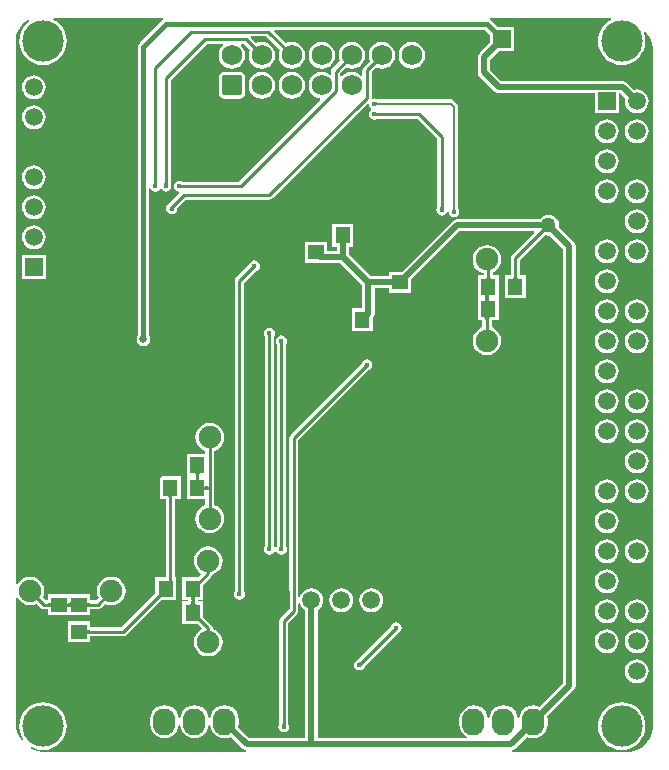
<source format=gbl>
G04*
G04 #@! TF.GenerationSoftware,Altium Limited,Altium Designer,18.1.5 (160)*
G04*
G04 Layer_Physical_Order=2*
G04 Layer_Color=16711680*
%FSTAX24Y24*%
%MOIN*%
G70*
G01*
G75*
%ADD17C,0.0100*%
%ADD19R,0.0500X0.0550*%
%ADD23R,0.0550X0.0500*%
%ADD43C,0.0680*%
%ADD51C,0.0080*%
%ADD52C,0.0150*%
%ADD53C,0.0200*%
%ADD54R,0.0750X0.0900*%
%ADD55O,0.0750X0.0900*%
%ADD56C,0.0591*%
%ADD57R,0.0591X0.0591*%
%ADD58R,0.0591X0.0591*%
%ADD59C,0.0600*%
%ADD60C,0.0750*%
%ADD61C,0.1380*%
G04:AMPARAMS|DCode=62|XSize=68mil|YSize=68mil|CornerRadius=8.5mil|HoleSize=0mil|Usage=FLASHONLY|Rotation=90.000|XOffset=0mil|YOffset=0mil|HoleType=Round|Shape=RoundedRectangle|*
%AMROUNDEDRECTD62*
21,1,0.0680,0.0510,0,0,90.0*
21,1,0.0510,0.0680,0,0,90.0*
1,1,0.0170,0.0255,0.0255*
1,1,0.0170,0.0255,-0.0255*
1,1,0.0170,-0.0255,-0.0255*
1,1,0.0170,-0.0255,0.0255*
%
%ADD62ROUNDEDRECTD62*%
%ADD63C,0.0160*%
%ADD64C,0.0500*%
%ADD65C,0.0250*%
G36*
X037698Y040597D02*
X0376Y040545D01*
X03748Y040446D01*
X037381Y040326D01*
X037308Y040188D01*
X037263Y04004D01*
X037248Y039885D01*
X037263Y03973D01*
X037308Y039581D01*
X037381Y039444D01*
X03748Y039323D01*
X0376Y039225D01*
X037738Y039151D01*
X037886Y039106D01*
X038041Y039091D01*
X038196Y039106D01*
X038345Y039151D01*
X038482Y039225D01*
X038603Y039323D01*
X038701Y039444D01*
X038775Y039581D01*
X03882Y03973D01*
X038835Y039885D01*
X03882Y04004D01*
X038775Y040188D01*
X038819Y040211D01*
X038897Y04012D01*
X038983Y039979D01*
X039047Y039826D01*
X039085Y039665D01*
X039098Y039504D01*
X039097Y0395D01*
Y01715D01*
X039098Y017146D01*
X039085Y016985D01*
X039047Y016824D01*
X038983Y016671D01*
X038897Y01653D01*
X038792Y016407D01*
X038788Y016405D01*
X038786Y016401D01*
X038685Y016318D01*
X038565Y016254D01*
X038436Y016215D01*
X038306Y016202D01*
X038301Y016203D01*
X034389D01*
X034384Y016253D01*
X034428Y016262D01*
X034494Y016306D01*
X034887Y016699D01*
X034976Y016662D01*
X0351Y016646D01*
X035224Y016662D01*
X03534Y01671D01*
X035439Y016786D01*
X035515Y016885D01*
X035563Y017001D01*
X035579Y017125D01*
Y017275D01*
X035566Y017377D01*
X036444Y018256D01*
X036488Y018322D01*
X036504Y0184D01*
Y03305D01*
X036488Y033128D01*
X036444Y033194D01*
X036444Y033194D01*
X035945Y033693D01*
X035953Y03375D01*
X035941Y033841D01*
X035906Y033927D01*
X03585Y034D01*
X035777Y034056D01*
X035691Y034091D01*
X0356Y034103D01*
X035509Y034091D01*
X035423Y034056D01*
X03535Y034D01*
X035315Y033954D01*
X03255D01*
X032472Y033938D01*
X032406Y033894D01*
X030712Y0322D01*
X030275D01*
Y032054D01*
X029684D01*
X028954Y032784D01*
Y033035D01*
X0291D01*
Y033785D01*
X0284D01*
Y033035D01*
X028546D01*
Y032904D01*
X028225D01*
Y0332D01*
X027475D01*
Y0325D01*
X02798D01*
X028Y032496D01*
X028666D01*
X029396Y031766D01*
Y030975D01*
X02905D01*
Y030225D01*
X02975D01*
Y030665D01*
X029788Y030722D01*
X029804Y0308D01*
Y031646D01*
X030275D01*
Y0315D01*
X031025D01*
Y031937D01*
X032634Y033546D01*
X035114D01*
X035134Y0335D01*
X034392Y032758D01*
X034359Y032709D01*
X034347Y03265D01*
Y032075D01*
X03415D01*
Y031325D01*
X03485D01*
Y032075D01*
X034653D01*
Y032587D01*
X035485Y033419D01*
X035509Y033409D01*
X0356Y033397D01*
X035657Y033405D01*
X036096Y032966D01*
Y018484D01*
X035313Y017701D01*
X035224Y017738D01*
X0351Y017754D01*
X034976Y017738D01*
X03486Y01769D01*
X034761Y017614D01*
X034685Y017515D01*
X034637Y017399D01*
X034625Y017308D01*
X034575D01*
X034563Y017399D01*
X034515Y017515D01*
X034439Y017614D01*
X03434Y01769D01*
X034224Y017738D01*
X0341Y017754D01*
X033976Y017738D01*
X03386Y01769D01*
X033761Y017614D01*
X033685Y017515D01*
X033637Y017399D01*
X033625Y017308D01*
X033575D01*
X033563Y017399D01*
X033515Y017515D01*
X033439Y017614D01*
X03334Y01769D01*
X033224Y017738D01*
X0331Y017754D01*
X032976Y017738D01*
X03286Y01769D01*
X032761Y017614D01*
X032685Y017515D01*
X032637Y017399D01*
X032621Y017275D01*
Y017125D01*
X032637Y017001D01*
X032685Y016885D01*
X032761Y016786D01*
X03286Y01671D01*
X032875Y016704D01*
X032865Y016654D01*
X027904D01*
Y020908D01*
X027982Y020968D01*
X028045Y021051D01*
X028085Y021147D01*
X028099Y02125D01*
X028085Y021353D01*
X028045Y021449D01*
X027982Y021532D01*
X027899Y021595D01*
X027803Y021635D01*
X0277Y021649D01*
X027597Y021635D01*
X027501Y021595D01*
X027418Y021532D01*
X027355Y021449D01*
X027315Y021353D01*
X027268Y021365D01*
Y026602D01*
X029591Y028925D01*
X02962Y02893D01*
X02968Y02897D01*
X02972Y02903D01*
X029734Y0291D01*
X02972Y02917D01*
X02968Y02923D01*
X02962Y02927D01*
X02955Y029284D01*
X02948Y02927D01*
X02942Y02923D01*
X02938Y02917D01*
X029375Y029141D01*
X027007Y026773D01*
X026974Y026724D01*
X026962Y026665D01*
Y020968D01*
X026672Y020678D01*
X026639Y020628D01*
X026627Y02057D01*
Y017125D01*
X02661Y0171D01*
X026596Y01703D01*
X02661Y01696D01*
X02665Y0169D01*
X02671Y01686D01*
X02678Y016846D01*
X02685Y01686D01*
X02691Y0169D01*
X02695Y01696D01*
X026964Y01703D01*
X02695Y0171D01*
X026933Y017125D01*
Y020506D01*
X027223Y020797D01*
X027257Y020846D01*
X027268Y020905D01*
Y021135D01*
X027315Y021147D01*
X027355Y021051D01*
X027418Y020968D01*
X027496Y020908D01*
Y016654D01*
X025634D01*
X025266Y017023D01*
X025279Y017125D01*
Y017275D01*
X025263Y017399D01*
X025215Y017515D01*
X025139Y017614D01*
X02504Y01769D01*
X024924Y017738D01*
X0248Y017754D01*
X024676Y017738D01*
X02456Y01769D01*
X024461Y017614D01*
X024385Y017515D01*
X024337Y017399D01*
X024325Y017308D01*
X024275D01*
X024263Y017399D01*
X024215Y017515D01*
X024139Y017614D01*
X02404Y01769D01*
X023924Y017738D01*
X0238Y017754D01*
X023676Y017738D01*
X02356Y01769D01*
X023461Y017614D01*
X023385Y017515D01*
X023337Y017399D01*
X023325Y017308D01*
X023275D01*
X023263Y017399D01*
X023215Y017515D01*
X023139Y017614D01*
X02304Y01769D01*
X022924Y017738D01*
X0228Y017754D01*
X022676Y017738D01*
X02256Y01769D01*
X022461Y017614D01*
X022385Y017515D01*
X022337Y017399D01*
X022321Y017275D01*
Y017125D01*
X022337Y017001D01*
X022385Y016885D01*
X022461Y016786D01*
X02256Y01671D01*
X022676Y016662D01*
X0228Y016646D01*
X022924Y016662D01*
X02304Y01671D01*
X023139Y016786D01*
X023215Y016885D01*
X023263Y017001D01*
X023275Y017092D01*
X023325D01*
X023337Y017001D01*
X023385Y016885D01*
X023461Y016786D01*
X02356Y01671D01*
X023676Y016662D01*
X0238Y016646D01*
X023924Y016662D01*
X02404Y01671D01*
X024139Y016786D01*
X024215Y016885D01*
X024263Y017001D01*
X024275Y017092D01*
X024325D01*
X024337Y017001D01*
X024385Y016885D01*
X024461Y016786D01*
X02456Y01671D01*
X024676Y016662D01*
X0248Y016646D01*
X024924Y016662D01*
X025013Y016699D01*
X025406Y016306D01*
X025472Y016262D01*
X025516Y016253D01*
X025511Y016203D01*
X018745D01*
X018739Y016202D01*
X018588Y016217D01*
X018438Y016262D01*
X018335Y016317D01*
X018334Y01632D01*
X018377Y016354D01*
X018446Y016317D01*
X018595Y016271D01*
X01875Y016256D01*
X018905Y016271D01*
X019054Y016317D01*
X019191Y01639D01*
X019311Y016489D01*
X01941Y016609D01*
X019483Y016746D01*
X019529Y016895D01*
X019544Y01705D01*
X019529Y017205D01*
X019483Y017354D01*
X01941Y017491D01*
X019311Y017611D01*
X019191Y01771D01*
X019054Y017783D01*
X018905Y017829D01*
X01875Y017844D01*
X018595Y017829D01*
X018446Y017783D01*
X018309Y01771D01*
X018189Y017611D01*
X01809Y017491D01*
X018017Y017354D01*
X017971Y017205D01*
X017956Y01705D01*
X017971Y016895D01*
X018017Y016746D01*
X01809Y016609D01*
X018051Y016578D01*
X018008Y01663D01*
X017922Y016792D01*
X017868Y016967D01*
X017851Y017142D01*
X017853Y01715D01*
Y021316D01*
X017903Y021326D01*
X017905Y02132D01*
X017981Y021221D01*
X01808Y021145D01*
X018196Y021097D01*
X01832Y021081D01*
X018444Y021097D01*
X018531Y021133D01*
X018672Y020992D01*
X018721Y020959D01*
X01878Y020947D01*
X018925D01*
Y02075D01*
X020325D01*
Y020947D01*
X02057D01*
X020629Y020959D01*
X020678Y020992D01*
X020819Y021133D01*
X020906Y021097D01*
X02103Y021081D01*
X021154Y021097D01*
X02127Y021145D01*
X021369Y021221D01*
X021445Y02132D01*
X021493Y021436D01*
X021509Y02156D01*
X021493Y021684D01*
X021445Y0218D01*
X021369Y021899D01*
X02127Y021975D01*
X021154Y022023D01*
X02103Y022039D01*
X020906Y022023D01*
X02079Y021975D01*
X020691Y021899D01*
X020615Y0218D01*
X020567Y021684D01*
X020551Y02156D01*
X020567Y021436D01*
X020603Y021349D01*
X020507Y021253D01*
X020325D01*
Y02145D01*
X018925D01*
Y021253D01*
X018843D01*
X018747Y021349D01*
X018783Y021436D01*
X018799Y02156D01*
X018783Y021684D01*
X018735Y0218D01*
X018659Y021899D01*
X01856Y021975D01*
X018444Y022023D01*
X01832Y022039D01*
X018196Y022023D01*
X01808Y021975D01*
X017981Y021899D01*
X017905Y0218D01*
X017903Y021794D01*
X017853Y021804D01*
X017853Y03895D01*
Y039946D01*
X017852Y039951D01*
X017865Y040083D01*
X017905Y040215D01*
X01797Y040336D01*
X018054Y040439D01*
X018058Y040442D01*
X018061Y040446D01*
X018164Y04053D01*
X018267Y040585D01*
X018277Y040583D01*
X01829Y040529D01*
X018189Y040446D01*
X01809Y040326D01*
X018017Y040188D01*
X017971Y04004D01*
X017956Y039885D01*
X017971Y03973D01*
X018017Y039581D01*
X01809Y039444D01*
X018189Y039323D01*
X018309Y039225D01*
X018446Y039151D01*
X018595Y039106D01*
X01875Y039091D01*
X018905Y039106D01*
X019054Y039151D01*
X019191Y039225D01*
X019311Y039323D01*
X01941Y039444D01*
X019483Y039581D01*
X019529Y03973D01*
X019544Y039885D01*
X019529Y04004D01*
X019483Y040188D01*
X01941Y040326D01*
X019311Y040446D01*
X019191Y040545D01*
X019093Y040597D01*
X019106Y040647D01*
X02274D01*
X022755Y040597D01*
X022724Y040576D01*
X021974Y039826D01*
X021935Y039768D01*
X021922Y0397D01*
Y030088D01*
X021922Y030088D01*
X021888Y030038D01*
X021871Y02995D01*
X021888Y029862D01*
X021938Y029788D01*
X022012Y029738D01*
X0221Y029721D01*
X022188Y029738D01*
X022262Y029788D01*
X022312Y029862D01*
X022329Y02995D01*
X022312Y030038D01*
X022279Y030087D01*
X022278Y030095D01*
Y034985D01*
X022328Y03499D01*
X02233Y03498D01*
X02237Y03492D01*
X02243Y03488D01*
X0225Y034866D01*
X02257Y03488D01*
X02263Y03492D01*
X022645Y034943D01*
X022705D01*
X02272Y03492D01*
X02278Y03488D01*
X02285Y034866D01*
X02292Y03488D01*
X02298Y03492D01*
X02302Y03498D01*
X023034Y03505D01*
X02302Y03512D01*
X023003Y035145D01*
Y038587D01*
X02421Y039794D01*
X024745D01*
X024761Y039746D01*
X024736Y039727D01*
X024666Y039635D01*
X024621Y039528D01*
X024606Y039413D01*
X024621Y039299D01*
X024666Y039191D01*
X024736Y0391D01*
X024828Y039029D01*
X024935Y038985D01*
X02505Y03897D01*
X025165Y038985D01*
X025272Y039029D01*
X025364Y0391D01*
X025434Y039191D01*
X025479Y039299D01*
X025494Y039413D01*
X025479Y039528D01*
X025434Y039635D01*
X025364Y039727D01*
X025339Y039746D01*
X025355Y039794D01*
X025454D01*
X02565Y039597D01*
X025621Y039528D01*
X025606Y039413D01*
X025621Y039299D01*
X025666Y039191D01*
X025736Y0391D01*
X025828Y039029D01*
X025935Y038985D01*
X02605Y03897D01*
X026165Y038985D01*
X026272Y039029D01*
X026364Y0391D01*
X026434Y039191D01*
X026479Y039299D01*
X026494Y039413D01*
X026479Y039528D01*
X026434Y039635D01*
X026364Y039727D01*
X026272Y039798D01*
X026165Y039842D01*
X02605Y039857D01*
X025935Y039842D01*
X025866Y039813D01*
X025679Y040001D01*
X025698Y040047D01*
X0262D01*
X02665Y039597D01*
X026621Y039528D01*
X026606Y039413D01*
X026621Y039299D01*
X026666Y039191D01*
X026736Y0391D01*
X026828Y039029D01*
X026935Y038985D01*
X02705Y03897D01*
X027165Y038985D01*
X027272Y039029D01*
X027364Y0391D01*
X027434Y039191D01*
X027479Y039299D01*
X027494Y039413D01*
X027479Y039528D01*
X027434Y039635D01*
X027364Y039727D01*
X027272Y039798D01*
X027165Y039842D01*
X02705Y039857D01*
X026935Y039842D01*
X026866Y039813D01*
X026454Y040225D01*
X026473Y040272D01*
X033476D01*
X033655Y040093D01*
Y039843D01*
X033306Y039494D01*
X033262Y039428D01*
X033246Y03935D01*
Y03885D01*
X033262Y038772D01*
X033306Y038706D01*
X033806Y038206D01*
X033872Y038162D01*
X03395Y038146D01*
X037146D01*
Y037489D01*
X037937D01*
Y038146D01*
X037992D01*
X038155Y037982D01*
X038143Y037885D01*
X038156Y037781D01*
X038196Y037685D01*
X038259Y037603D01*
X038342Y037539D01*
X038438Y0375D01*
X038541Y037486D01*
X038645Y0375D01*
X038741Y037539D01*
X038823Y037603D01*
X038887Y037685D01*
X038926Y037781D01*
X03894Y037885D01*
X038926Y037988D01*
X038887Y038084D01*
X038823Y038167D01*
X038741Y03823D01*
X038645Y03827D01*
X038541Y038283D01*
X038444Y03827D01*
X03822Y038494D01*
X038154Y038538D01*
X038076Y038554D01*
X034035D01*
X033654Y038934D01*
Y039266D01*
X033943Y039555D01*
X034445D01*
Y040345D01*
X033907D01*
X033676Y040576D01*
X033645Y040597D01*
X03366Y040647D01*
X037686D01*
X037698Y040597D01*
D02*
G37*
G36*
X0229Y035151D02*
X022902Y035118D01*
X022903Y035114D01*
X022904Y035111D01*
X022905Y035109D01*
X022906Y035107D01*
X022794D01*
X022795Y035109D01*
X022796Y035111D01*
X022797Y035114D01*
X022798Y035118D01*
X022799Y035123D01*
X022799Y035136D01*
X0228Y03516D01*
X0229D01*
X0229Y035151D01*
D02*
G37*
G36*
X02255D02*
X022552Y035118D01*
X022553Y035114D01*
X022554Y035111D01*
X022555Y035109D01*
X022556Y035107D01*
X022444D01*
X022445Y035109D01*
X022446Y035111D01*
X022447Y035114D01*
X022448Y035118D01*
X022448Y035123D01*
X022449Y035136D01*
X02245Y03516D01*
X02255D01*
X02255Y035151D01*
D02*
G37*
G36*
X0356Y03365D02*
X035593Y033649D01*
X035584Y033644D01*
X035573Y033638D01*
X035559Y033628D01*
X035526Y0336D01*
X035459Y033538D01*
X035433Y033512D01*
X035362Y033583D01*
X035388Y033609D01*
X035488Y033723D01*
X035494Y033734D01*
X035499Y033743D01*
X0355Y03375D01*
X0356Y03365D01*
D02*
G37*
G36*
X03455Y032055D02*
X034552Y032037D01*
X034555Y032022D01*
X034558Y032009D01*
X034562Y031998D01*
X034568Y031989D01*
X034574Y031982D01*
X034582Y031977D01*
X03459Y031974D01*
X0346Y031973D01*
X0344D01*
X034409Y031974D01*
X034418Y031977D01*
X034425Y031982D01*
X034432Y031989D01*
X034437Y031998D01*
X034442Y032009D01*
X034446Y032022D01*
X034448Y032037D01*
X03445Y032055D01*
X03445Y032074D01*
X03455D01*
X03455Y032055D01*
D02*
G37*
G36*
X022175Y030111D02*
X022178Y030067D01*
X02218Y030059D01*
X022181Y030052D01*
X022183Y030047D01*
X022185Y030042D01*
X022188Y030039D01*
X022013D01*
X022015Y030042D01*
X022017Y030047D01*
X022019Y030052D01*
X02202Y030059D01*
X022022Y030067D01*
X022024Y030086D01*
X022025Y030111D01*
X022025Y030125D01*
X022175D01*
X022175Y030111D01*
D02*
G37*
G36*
X029549Y02902D02*
X029547Y02902D01*
X029545Y029019D01*
X029542Y029017D01*
X029538Y029015D01*
X029535Y029012D01*
X029525Y029004D01*
X029507Y028987D01*
X029437Y029057D01*
X029443Y029064D01*
X029465Y029088D01*
X029467Y029092D01*
X029469Y029095D01*
X02947Y029097D01*
X02947Y029099D01*
X029549Y02902D01*
D02*
G37*
G36*
X019676Y021D02*
X019675Y02101D01*
X019672Y021018D01*
X019667Y021026D01*
X01966Y021032D01*
X019651Y021037D01*
X01964Y021042D01*
X019627Y021045D01*
X019625Y021046D01*
X019623Y021045D01*
X01961Y021042D01*
X019599Y021037D01*
X01959Y021032D01*
X019583Y021026D01*
X019578Y021018D01*
X019575Y02101D01*
X019574Y021D01*
Y0212D01*
X019575Y021191D01*
X019578Y021182D01*
X019583Y021174D01*
X01959Y021168D01*
X019599Y021163D01*
X01961Y021158D01*
X019623Y021154D01*
X019625Y021154D01*
X019627Y021154D01*
X01964Y021158D01*
X019651Y021163D01*
X01966Y021168D01*
X019667Y021174D01*
X019672Y021182D01*
X019675Y021191D01*
X019676Y0212D01*
Y021D01*
D02*
G37*
G36*
X020224Y021191D02*
X020227Y021182D01*
X020232Y021174D01*
X020239Y021168D01*
X020248Y021163D01*
X020259Y021158D01*
X020272Y021154D01*
X020287Y021152D01*
X020305Y021151D01*
X020324Y02115D01*
Y02105D01*
X020305Y021049D01*
X020287Y021048D01*
X020272Y021045D01*
X020259Y021042D01*
X020248Y021037D01*
X020239Y021032D01*
X020232Y021026D01*
X020227Y021018D01*
X020224Y02101D01*
X020223Y021D01*
Y0212D01*
X020224Y021191D01*
D02*
G37*
G36*
X019027Y021D02*
X019026Y02101D01*
X019023Y021018D01*
X019018Y021026D01*
X019011Y021032D01*
X019002Y021037D01*
X018991Y021042D01*
X018978Y021045D01*
X018963Y021048D01*
X018945Y021049D01*
X018926Y02105D01*
Y02115D01*
X018945Y021151D01*
X018963Y021152D01*
X018978Y021154D01*
X018991Y021158D01*
X019002Y021163D01*
X019011Y021168D01*
X019018Y021174D01*
X019023Y021182D01*
X019026Y021191D01*
X019027Y0212D01*
Y021D01*
D02*
G37*
G36*
X02683Y017131D02*
X026832Y017098D01*
X026833Y017094D01*
X026834Y017091D01*
X026835Y017089D01*
X026836Y017087D01*
X026724D01*
X026725Y017089D01*
X026726Y017091D01*
X026727Y017094D01*
X026728Y017098D01*
X026728Y017103D01*
X026729Y017116D01*
X02673Y01714D01*
X02683D01*
X02683Y017131D01*
D02*
G37*
%LPC*%
G36*
X03105Y039857D02*
X030935Y039842D01*
X030828Y039798D01*
X030736Y039727D01*
X030666Y039635D01*
X030621Y039528D01*
X030606Y039413D01*
X030621Y039299D01*
X030666Y039191D01*
X030736Y0391D01*
X030828Y039029D01*
X030935Y038985D01*
X03105Y03897D01*
X031165Y038985D01*
X031272Y039029D01*
X031364Y0391D01*
X031434Y039191D01*
X031479Y039299D01*
X031494Y039413D01*
X031479Y039528D01*
X031434Y039635D01*
X031364Y039727D01*
X031272Y039798D01*
X031165Y039842D01*
X03105Y039857D01*
D02*
G37*
G36*
X03005D02*
X029935Y039842D01*
X029828Y039798D01*
X029736Y039727D01*
X029666Y039635D01*
X029621Y039528D01*
X029606Y039413D01*
X029621Y039299D01*
X02965Y03923D01*
X029442Y039022D01*
X029409Y038972D01*
X029397Y038913D01*
Y038762D01*
X029347Y03874D01*
X029272Y038798D01*
X029165Y038842D01*
X02905Y038857D01*
X028935Y038842D01*
X028828Y038798D01*
X028736Y038727D01*
X028713Y038697D01*
X028663Y038714D01*
Y03881D01*
X028866Y039013D01*
X028935Y038985D01*
X02905Y03897D01*
X029165Y038985D01*
X029272Y039029D01*
X029364Y0391D01*
X029434Y039191D01*
X029479Y039299D01*
X029494Y039413D01*
X029479Y039528D01*
X029434Y039635D01*
X029364Y039727D01*
X029272Y039798D01*
X029165Y039842D01*
X02905Y039857D01*
X028935Y039842D01*
X028828Y039798D01*
X028736Y039727D01*
X028666Y039635D01*
X028621Y039528D01*
X028606Y039413D01*
X028621Y039299D01*
X02865Y03923D01*
X028402Y038982D01*
X028369Y038932D01*
X028357Y038873D01*
Y038789D01*
X028312Y038767D01*
X028272Y038798D01*
X028165Y038842D01*
X02805Y038857D01*
X027935Y038842D01*
X027828Y038798D01*
X027736Y038727D01*
X027666Y038635D01*
X027621Y038528D01*
X027606Y038413D01*
X027621Y038299D01*
X027666Y038191D01*
X027736Y0381D01*
X027828Y038029D01*
X027935Y037985D01*
X027986Y037978D01*
X028002Y037931D01*
X025274Y035203D01*
X023395D01*
X02337Y03522D01*
X0233Y035234D01*
X02323Y03522D01*
X02317Y03518D01*
X02313Y03512D01*
X023116Y03505D01*
X02313Y03498D01*
X02317Y03492D01*
X02323Y03488D01*
X023283Y03487D01*
X023302Y034824D01*
X023303Y034819D01*
X022892Y034408D01*
X022859Y034359D01*
X022847Y0343D01*
X022859Y034241D01*
X022892Y034192D01*
X022917Y034175D01*
X02292Y03417D01*
X02298Y03413D01*
X02305Y034116D01*
X02312Y03413D01*
X02318Y03417D01*
X02322Y03423D01*
X023234Y0343D01*
X023231Y034314D01*
X023513Y034597D01*
X0263D01*
X026359Y034609D01*
X026408Y034642D01*
X02957Y037804D01*
X02962Y037783D01*
X02963Y03773D01*
X02967Y03767D01*
X029693Y037655D01*
Y037595D01*
X02967Y03758D01*
X02963Y03752D01*
X029616Y03745D01*
X02963Y03738D01*
X02967Y03732D01*
X02973Y03728D01*
X0298Y037266D01*
X02987Y03728D01*
X029895Y037297D01*
X031237D01*
X031897Y036637D01*
Y034345D01*
X03188Y03432D01*
X031866Y03425D01*
X03188Y03418D01*
X03192Y03412D01*
X03198Y03408D01*
X03205Y034066D01*
X03212Y03408D01*
X03218Y03412D01*
X03222Y03418D01*
X03222Y03418D01*
X032271Y03418D01*
X03228Y03413D01*
X03232Y03407D01*
X03238Y03403D01*
X03245Y034016D01*
X03252Y03403D01*
X03258Y03407D01*
X03262Y03413D01*
X032634Y0342D01*
X03262Y03427D01*
X032593Y03431D01*
Y0377D01*
X032582Y037755D01*
X032551Y037801D01*
X032551Y037801D01*
X032451Y037901D01*
X032405Y037932D01*
X03235Y037943D01*
X03235Y037943D01*
X02991D01*
X02987Y03797D01*
X0298Y037984D01*
X029749Y037973D01*
X029724Y037988D01*
X029709Y038001D01*
X029703Y038011D01*
Y03885D01*
X029866Y039013D01*
X029935Y038985D01*
X03005Y03897D01*
X030165Y038985D01*
X030272Y039029D01*
X030364Y0391D01*
X030434Y039191D01*
X030479Y039299D01*
X030494Y039413D01*
X030479Y039528D01*
X030434Y039635D01*
X030364Y039727D01*
X030272Y039798D01*
X030165Y039842D01*
X03005Y039857D01*
D02*
G37*
G36*
X02805D02*
X027935Y039842D01*
X027828Y039798D01*
X027736Y039727D01*
X027666Y039635D01*
X027621Y039528D01*
X027606Y039413D01*
X027621Y039299D01*
X027666Y039191D01*
X027736Y0391D01*
X027828Y039029D01*
X027935Y038985D01*
X02805Y03897D01*
X028165Y038985D01*
X028272Y039029D01*
X028364Y0391D01*
X028434Y039191D01*
X028479Y039299D01*
X028494Y039413D01*
X028479Y039528D01*
X028434Y039635D01*
X028364Y039727D01*
X028272Y039798D01*
X028165Y039842D01*
X02805Y039857D01*
D02*
G37*
G36*
X025305Y038857D02*
X024795D01*
X024723Y038843D01*
X024662Y038802D01*
X024621Y038741D01*
X024606Y038668D01*
Y038158D01*
X024621Y038086D01*
X024662Y038025D01*
X024723Y037984D01*
X024795Y03797D01*
X025305D01*
X025377Y037984D01*
X025438Y038025D01*
X025479Y038086D01*
X025494Y038158D01*
Y038668D01*
X025479Y038741D01*
X025438Y038802D01*
X025377Y038843D01*
X025305Y038857D01*
D02*
G37*
G36*
X02705Y038857D02*
X026935Y038842D01*
X026828Y038798D01*
X026736Y038727D01*
X026666Y038635D01*
X026621Y038528D01*
X026606Y038413D01*
X026621Y038299D01*
X026666Y038191D01*
X026736Y0381D01*
X026828Y038029D01*
X026935Y037985D01*
X02705Y03797D01*
X027165Y037985D01*
X027272Y038029D01*
X027364Y0381D01*
X027434Y038191D01*
X027479Y038299D01*
X027494Y038413D01*
X027479Y038528D01*
X027434Y038635D01*
X027364Y038727D01*
X027272Y038798D01*
X027165Y038842D01*
X02705Y038857D01*
D02*
G37*
G36*
X02605D02*
X025935Y038842D01*
X025828Y038798D01*
X025736Y038727D01*
X025666Y038635D01*
X025621Y038528D01*
X025606Y038413D01*
X025621Y038299D01*
X025666Y038191D01*
X025736Y0381D01*
X025828Y038029D01*
X025935Y037985D01*
X02605Y03797D01*
X026165Y037985D01*
X026272Y038029D01*
X026364Y0381D01*
X026434Y038191D01*
X026479Y038299D01*
X026494Y038413D01*
X026479Y038528D01*
X026434Y038635D01*
X026364Y038727D01*
X026272Y038798D01*
X026165Y038842D01*
X02605Y038857D01*
D02*
G37*
G36*
X01845Y038749D02*
X018347Y038735D01*
X018251Y038695D01*
X018168Y038632D01*
X018105Y038549D01*
X018065Y038453D01*
X018051Y03835D01*
X018065Y038247D01*
X018105Y038151D01*
X018168Y038068D01*
X018251Y038005D01*
X018347Y037965D01*
X01845Y037951D01*
X018553Y037965D01*
X018649Y038005D01*
X018732Y038068D01*
X018795Y038151D01*
X018835Y038247D01*
X018849Y03835D01*
X018835Y038453D01*
X018795Y038549D01*
X018732Y038632D01*
X018649Y038695D01*
X018553Y038735D01*
X01845Y038749D01*
D02*
G37*
G36*
Y037749D02*
X018347Y037735D01*
X018251Y037695D01*
X018168Y037632D01*
X018105Y037549D01*
X018065Y037453D01*
X018051Y03735D01*
X018065Y037247D01*
X018105Y037151D01*
X018168Y037068D01*
X018251Y037005D01*
X018347Y036965D01*
X01845Y036951D01*
X018553Y036965D01*
X018649Y037005D01*
X018732Y037068D01*
X018795Y037151D01*
X018835Y037247D01*
X018849Y03735D01*
X018835Y037453D01*
X018795Y037549D01*
X018732Y037632D01*
X018649Y037695D01*
X018553Y037735D01*
X01845Y037749D01*
D02*
G37*
G36*
X038541Y037283D02*
X038438Y03727D01*
X038342Y03723D01*
X038259Y037167D01*
X038196Y037084D01*
X038156Y036988D01*
X038143Y036885D01*
X038156Y036781D01*
X038196Y036685D01*
X038259Y036603D01*
X038342Y036539D01*
X038438Y0365D01*
X038541Y036486D01*
X038645Y0365D01*
X038741Y036539D01*
X038823Y036603D01*
X038887Y036685D01*
X038926Y036781D01*
X03894Y036885D01*
X038926Y036988D01*
X038887Y037084D01*
X038823Y037167D01*
X038741Y03723D01*
X038645Y03727D01*
X038541Y037283D01*
D02*
G37*
G36*
X037541D02*
X037438Y03727D01*
X037342Y03723D01*
X037259Y037167D01*
X037196Y037084D01*
X037156Y036988D01*
X037143Y036885D01*
X037156Y036781D01*
X037196Y036685D01*
X037259Y036603D01*
X037342Y036539D01*
X037438Y0365D01*
X037541Y036486D01*
X037645Y0365D01*
X037741Y036539D01*
X037823Y036603D01*
X037887Y036685D01*
X037926Y036781D01*
X03794Y036885D01*
X037926Y036988D01*
X037887Y037084D01*
X037823Y037167D01*
X037741Y03723D01*
X037645Y03727D01*
X037541Y037283D01*
D02*
G37*
G36*
Y036283D02*
X037438Y03627D01*
X037342Y03623D01*
X037259Y036167D01*
X037196Y036084D01*
X037156Y035988D01*
X037143Y035885D01*
X037156Y035781D01*
X037196Y035685D01*
X037259Y035603D01*
X037342Y035539D01*
X037438Y0355D01*
X037541Y035486D01*
X037645Y0355D01*
X037741Y035539D01*
X037823Y035603D01*
X037887Y035685D01*
X037926Y035781D01*
X03794Y035885D01*
X037926Y035988D01*
X037887Y036084D01*
X037823Y036167D01*
X037741Y03623D01*
X037645Y03627D01*
X037541Y036283D01*
D02*
G37*
G36*
X01845Y035749D02*
X018347Y035735D01*
X018251Y035695D01*
X018168Y035632D01*
X018105Y035549D01*
X018065Y035453D01*
X018051Y03535D01*
X018065Y035247D01*
X018105Y035151D01*
X018168Y035068D01*
X018251Y035005D01*
X018347Y034965D01*
X01845Y034951D01*
X018553Y034965D01*
X018649Y035005D01*
X018732Y035068D01*
X018795Y035151D01*
X018835Y035247D01*
X018849Y03535D01*
X018835Y035453D01*
X018795Y035549D01*
X018732Y035632D01*
X018649Y035695D01*
X018553Y035735D01*
X01845Y035749D01*
D02*
G37*
G36*
X038541Y035283D02*
X038438Y03527D01*
X038342Y03523D01*
X038259Y035167D01*
X038196Y035084D01*
X038156Y034988D01*
X038143Y034885D01*
X038156Y034781D01*
X038196Y034685D01*
X038259Y034603D01*
X038342Y034539D01*
X038438Y0345D01*
X038541Y034486D01*
X038645Y0345D01*
X038741Y034539D01*
X038823Y034603D01*
X038887Y034685D01*
X038926Y034781D01*
X03894Y034885D01*
X038926Y034988D01*
X038887Y035084D01*
X038823Y035167D01*
X038741Y03523D01*
X038645Y03527D01*
X038541Y035283D01*
D02*
G37*
G36*
X037541D02*
X037438Y03527D01*
X037342Y03523D01*
X037259Y035167D01*
X037196Y035084D01*
X037156Y034988D01*
X037143Y034885D01*
X037156Y034781D01*
X037196Y034685D01*
X037259Y034603D01*
X037342Y034539D01*
X037438Y0345D01*
X037541Y034486D01*
X037645Y0345D01*
X037741Y034539D01*
X037823Y034603D01*
X037887Y034685D01*
X037926Y034781D01*
X03794Y034885D01*
X037926Y034988D01*
X037887Y035084D01*
X037823Y035167D01*
X037741Y03523D01*
X037645Y03527D01*
X037541Y035283D01*
D02*
G37*
G36*
X01845Y034749D02*
X018347Y034735D01*
X018251Y034695D01*
X018168Y034632D01*
X018105Y034549D01*
X018065Y034453D01*
X018051Y03435D01*
X018065Y034247D01*
X018105Y034151D01*
X018168Y034068D01*
X018251Y034005D01*
X018347Y033965D01*
X01845Y033951D01*
X018553Y033965D01*
X018649Y034005D01*
X018732Y034068D01*
X018795Y034151D01*
X018835Y034247D01*
X018849Y03435D01*
X018835Y034453D01*
X018795Y034549D01*
X018732Y034632D01*
X018649Y034695D01*
X018553Y034735D01*
X01845Y034749D01*
D02*
G37*
G36*
X038541Y034283D02*
X038438Y03427D01*
X038342Y03423D01*
X038259Y034167D01*
X038196Y034084D01*
X038156Y033988D01*
X038143Y033885D01*
X038156Y033781D01*
X038196Y033685D01*
X038259Y033603D01*
X038342Y033539D01*
X038438Y0335D01*
X038541Y033486D01*
X038645Y0335D01*
X038741Y033539D01*
X038823Y033603D01*
X038887Y033685D01*
X038926Y033781D01*
X03894Y033885D01*
X038926Y033988D01*
X038887Y034084D01*
X038823Y034167D01*
X038741Y03423D01*
X038645Y03427D01*
X038541Y034283D01*
D02*
G37*
G36*
X01845Y033749D02*
X018347Y033735D01*
X018251Y033695D01*
X018168Y033632D01*
X018105Y033549D01*
X018065Y033453D01*
X018051Y03335D01*
X018065Y033247D01*
X018105Y033151D01*
X018168Y033068D01*
X018251Y033005D01*
X018347Y032965D01*
X01845Y032951D01*
X018553Y032965D01*
X018649Y033005D01*
X018732Y033068D01*
X018795Y033151D01*
X018835Y033247D01*
X018849Y03335D01*
X018835Y033453D01*
X018795Y033549D01*
X018732Y033632D01*
X018649Y033695D01*
X018553Y033735D01*
X01845Y033749D01*
D02*
G37*
G36*
X038541Y033283D02*
X038438Y03327D01*
X038342Y03323D01*
X038259Y033167D01*
X038196Y033084D01*
X038156Y032988D01*
X038143Y032885D01*
X038156Y032781D01*
X038196Y032685D01*
X038259Y032603D01*
X038342Y032539D01*
X038438Y0325D01*
X038541Y032486D01*
X038645Y0325D01*
X038741Y032539D01*
X038823Y032603D01*
X038887Y032685D01*
X038926Y032781D01*
X03894Y032885D01*
X038926Y032988D01*
X038887Y033084D01*
X038823Y033167D01*
X038741Y03323D01*
X038645Y03327D01*
X038541Y033283D01*
D02*
G37*
G36*
X037541D02*
X037438Y03327D01*
X037342Y03323D01*
X037259Y033167D01*
X037196Y033084D01*
X037156Y032988D01*
X037143Y032885D01*
X037156Y032781D01*
X037196Y032685D01*
X037259Y032603D01*
X037342Y032539D01*
X037438Y0325D01*
X037541Y032486D01*
X037645Y0325D01*
X037741Y032539D01*
X037823Y032603D01*
X037887Y032685D01*
X037926Y032781D01*
X03794Y032885D01*
X037926Y032988D01*
X037887Y033084D01*
X037823Y033167D01*
X037741Y03323D01*
X037645Y03327D01*
X037541Y033283D01*
D02*
G37*
G36*
X018845Y032745D02*
X018055D01*
Y031955D01*
X018845D01*
Y032745D01*
D02*
G37*
G36*
X037541Y032283D02*
X037438Y03227D01*
X037342Y03223D01*
X037259Y032167D01*
X037196Y032084D01*
X037156Y031988D01*
X037143Y031885D01*
X037156Y031781D01*
X037196Y031685D01*
X037259Y031603D01*
X037342Y031539D01*
X037438Y0315D01*
X037541Y031486D01*
X037645Y0315D01*
X037741Y031539D01*
X037823Y031603D01*
X037887Y031685D01*
X037926Y031781D01*
X03794Y031885D01*
X037926Y031988D01*
X037887Y032084D01*
X037823Y032167D01*
X037741Y03223D01*
X037645Y03227D01*
X037541Y032283D01*
D02*
G37*
G36*
X038541Y031283D02*
X038438Y03127D01*
X038342Y03123D01*
X038259Y031167D01*
X038196Y031084D01*
X038156Y030988D01*
X038143Y030885D01*
X038156Y030781D01*
X038196Y030685D01*
X038259Y030603D01*
X038342Y030539D01*
X038438Y0305D01*
X038541Y030486D01*
X038645Y0305D01*
X038741Y030539D01*
X038823Y030603D01*
X038887Y030685D01*
X038926Y030781D01*
X03894Y030885D01*
X038926Y030988D01*
X038887Y031084D01*
X038823Y031167D01*
X038741Y03123D01*
X038645Y03127D01*
X038541Y031283D01*
D02*
G37*
G36*
X037541D02*
X037438Y03127D01*
X037342Y03123D01*
X037259Y031167D01*
X037196Y031084D01*
X037156Y030988D01*
X037143Y030885D01*
X037156Y030781D01*
X037196Y030685D01*
X037259Y030603D01*
X037342Y030539D01*
X037438Y0305D01*
X037541Y030486D01*
X037645Y0305D01*
X037741Y030539D01*
X037823Y030603D01*
X037887Y030685D01*
X037926Y030781D01*
X03794Y030885D01*
X037926Y030988D01*
X037887Y031084D01*
X037823Y031167D01*
X037741Y03123D01*
X037645Y03127D01*
X037541Y031283D01*
D02*
G37*
G36*
X038541Y030283D02*
X038438Y03027D01*
X038342Y03023D01*
X038259Y030167D01*
X038196Y030084D01*
X038156Y029988D01*
X038143Y029885D01*
X038156Y029781D01*
X038196Y029685D01*
X038259Y029603D01*
X038342Y029539D01*
X038438Y0295D01*
X038541Y029486D01*
X038645Y0295D01*
X038741Y029539D01*
X038823Y029603D01*
X038887Y029685D01*
X038926Y029781D01*
X03894Y029885D01*
X038926Y029988D01*
X038887Y030084D01*
X038823Y030167D01*
X038741Y03023D01*
X038645Y03027D01*
X038541Y030283D01*
D02*
G37*
G36*
X037541D02*
X037438Y03027D01*
X037342Y03023D01*
X037259Y030167D01*
X037196Y030084D01*
X037156Y029988D01*
X037143Y029885D01*
X037156Y029781D01*
X037196Y029685D01*
X037259Y029603D01*
X037342Y029539D01*
X037438Y0295D01*
X037541Y029486D01*
X037645Y0295D01*
X037741Y029539D01*
X037823Y029603D01*
X037887Y029685D01*
X037926Y029781D01*
X03794Y029885D01*
X037926Y029988D01*
X037887Y030084D01*
X037823Y030167D01*
X037741Y03023D01*
X037645Y03027D01*
X037541Y030283D01*
D02*
G37*
G36*
X03355Y033089D02*
X033426Y033073D01*
X03331Y033025D01*
X033211Y032949D01*
X033135Y03285D01*
X033087Y032734D01*
X033071Y03261D01*
X033087Y032486D01*
X033135Y03237D01*
X033211Y032271D01*
X03331Y032195D01*
X033426Y032147D01*
X033447Y032144D01*
Y032075D01*
X03325D01*
Y031325D01*
Y030575D01*
X033397D01*
Y030351D01*
X03331Y030315D01*
X033211Y030239D01*
X033135Y03014D01*
X033087Y030024D01*
X033071Y0299D01*
X033087Y029776D01*
X033135Y02966D01*
X033211Y029561D01*
X03331Y029485D01*
X033426Y029437D01*
X03355Y029421D01*
X033674Y029437D01*
X03379Y029485D01*
X033889Y029561D01*
X033965Y02966D01*
X034013Y029776D01*
X034029Y0299D01*
X034013Y030024D01*
X033965Y03014D01*
X033889Y030239D01*
X03379Y030315D01*
X033703Y030351D01*
Y030575D01*
X03395D01*
Y031325D01*
Y032075D01*
X033753D01*
Y03218D01*
X03379Y032195D01*
X033889Y032271D01*
X033965Y03237D01*
X034013Y032486D01*
X034029Y03261D01*
X034013Y032734D01*
X033965Y03285D01*
X033889Y032949D01*
X03379Y033025D01*
X033674Y033073D01*
X03355Y033089D01*
D02*
G37*
G36*
X037541Y029283D02*
X037438Y02927D01*
X037342Y02923D01*
X037259Y029167D01*
X037196Y029084D01*
X037156Y028988D01*
X037143Y028885D01*
X037156Y028781D01*
X037196Y028685D01*
X037259Y028603D01*
X037342Y028539D01*
X037438Y0285D01*
X037541Y028486D01*
X037645Y0285D01*
X037741Y028539D01*
X037823Y028603D01*
X037887Y028685D01*
X037926Y028781D01*
X03794Y028885D01*
X037926Y028988D01*
X037887Y029084D01*
X037823Y029167D01*
X037741Y02923D01*
X037645Y02927D01*
X037541Y029283D01*
D02*
G37*
G36*
X038541Y028283D02*
X038438Y02827D01*
X038342Y02823D01*
X038259Y028167D01*
X038196Y028084D01*
X038156Y027988D01*
X038143Y027885D01*
X038156Y027781D01*
X038196Y027685D01*
X038259Y027603D01*
X038342Y027539D01*
X038438Y0275D01*
X038541Y027486D01*
X038645Y0275D01*
X038741Y027539D01*
X038823Y027603D01*
X038887Y027685D01*
X038926Y027781D01*
X03894Y027885D01*
X038926Y027988D01*
X038887Y028084D01*
X038823Y028167D01*
X038741Y02823D01*
X038645Y02827D01*
X038541Y028283D01*
D02*
G37*
G36*
X037541D02*
X037438Y02827D01*
X037342Y02823D01*
X037259Y028167D01*
X037196Y028084D01*
X037156Y027988D01*
X037143Y027885D01*
X037156Y027781D01*
X037196Y027685D01*
X037259Y027603D01*
X037342Y027539D01*
X037438Y0275D01*
X037541Y027486D01*
X037645Y0275D01*
X037741Y027539D01*
X037823Y027603D01*
X037887Y027685D01*
X037926Y027781D01*
X03794Y027885D01*
X037926Y027988D01*
X037887Y028084D01*
X037823Y028167D01*
X037741Y02823D01*
X037645Y02827D01*
X037541Y028283D01*
D02*
G37*
G36*
X038541Y027283D02*
X038438Y02727D01*
X038342Y02723D01*
X038259Y027167D01*
X038196Y027084D01*
X038156Y026988D01*
X038143Y026885D01*
X038156Y026781D01*
X038196Y026685D01*
X038259Y026603D01*
X038342Y026539D01*
X038438Y0265D01*
X038541Y026486D01*
X038645Y0265D01*
X038741Y026539D01*
X038823Y026603D01*
X038887Y026685D01*
X038926Y026781D01*
X03894Y026885D01*
X038926Y026988D01*
X038887Y027084D01*
X038823Y027167D01*
X038741Y02723D01*
X038645Y02727D01*
X038541Y027283D01*
D02*
G37*
G36*
X037541D02*
X037438Y02727D01*
X037342Y02723D01*
X037259Y027167D01*
X037196Y027084D01*
X037156Y026988D01*
X037143Y026885D01*
X037156Y026781D01*
X037196Y026685D01*
X037259Y026603D01*
X037342Y026539D01*
X037438Y0265D01*
X037541Y026486D01*
X037645Y0265D01*
X037741Y026539D01*
X037823Y026603D01*
X037887Y026685D01*
X037926Y026781D01*
X03794Y026885D01*
X037926Y026988D01*
X037887Y027084D01*
X037823Y027167D01*
X037741Y02723D01*
X037645Y02727D01*
X037541Y027283D01*
D02*
G37*
G36*
X038541Y026283D02*
X038438Y02627D01*
X038342Y02623D01*
X038259Y026167D01*
X038196Y026084D01*
X038156Y025988D01*
X038143Y025885D01*
X038156Y025781D01*
X038196Y025685D01*
X038259Y025603D01*
X038342Y025539D01*
X038438Y0255D01*
X038541Y025486D01*
X038645Y0255D01*
X038741Y025539D01*
X038823Y025603D01*
X038887Y025685D01*
X038926Y025781D01*
X03894Y025885D01*
X038926Y025988D01*
X038887Y026084D01*
X038823Y026167D01*
X038741Y02623D01*
X038645Y02627D01*
X038541Y026283D01*
D02*
G37*
G36*
Y025283D02*
X038438Y02527D01*
X038342Y02523D01*
X038259Y025167D01*
X038196Y025084D01*
X038156Y024988D01*
X038143Y024885D01*
X038156Y024781D01*
X038196Y024685D01*
X038259Y024603D01*
X038342Y024539D01*
X038438Y0245D01*
X038541Y024486D01*
X038645Y0245D01*
X038741Y024539D01*
X038823Y024603D01*
X038887Y024685D01*
X038926Y024781D01*
X03894Y024885D01*
X038926Y024988D01*
X038887Y025084D01*
X038823Y025167D01*
X038741Y02523D01*
X038645Y02527D01*
X038541Y025283D01*
D02*
G37*
G36*
X037541D02*
X037438Y02527D01*
X037342Y02523D01*
X037259Y025167D01*
X037196Y025084D01*
X037156Y024988D01*
X037143Y024885D01*
X037156Y024781D01*
X037196Y024685D01*
X037259Y024603D01*
X037342Y024539D01*
X037438Y0245D01*
X037541Y024486D01*
X037645Y0245D01*
X037741Y024539D01*
X037823Y024603D01*
X037887Y024685D01*
X037926Y024781D01*
X03794Y024885D01*
X037926Y024988D01*
X037887Y025084D01*
X037823Y025167D01*
X037741Y02523D01*
X037645Y02527D01*
X037541Y025283D01*
D02*
G37*
G36*
X02431Y027159D02*
X024186Y027143D01*
X02407Y027095D01*
X023971Y027019D01*
X023895Y02692D01*
X023847Y026804D01*
X023831Y02668D01*
X023847Y026556D01*
X023895Y02644D01*
X023971Y026341D01*
X02407Y026265D01*
X024157Y026229D01*
Y026125D01*
X02355D01*
Y025375D01*
Y024625D01*
X024157D01*
Y024421D01*
X02407Y024385D01*
X023971Y024309D01*
X023895Y02421D01*
X023847Y024094D01*
X023831Y02397D01*
X023847Y023846D01*
X023895Y02373D01*
X023971Y023631D01*
X02407Y023555D01*
X024186Y023507D01*
X02431Y023491D01*
X024434Y023507D01*
X02455Y023555D01*
X024649Y023631D01*
X024725Y02373D01*
X024773Y023846D01*
X024789Y02397D01*
X024773Y024094D01*
X024725Y02421D01*
X024649Y024309D01*
X02455Y024385D01*
X024463Y024421D01*
Y02495D01*
Y026229D01*
X02455Y026265D01*
X024649Y026341D01*
X024725Y02644D01*
X024773Y026556D01*
X024789Y02668D01*
X024773Y026804D01*
X024725Y02692D01*
X024649Y027019D01*
X02455Y027095D01*
X024434Y027143D01*
X02431Y027159D01*
D02*
G37*
G36*
X037541Y024283D02*
X037438Y02427D01*
X037342Y02423D01*
X037259Y024167D01*
X037196Y024084D01*
X037156Y023988D01*
X037143Y023885D01*
X037156Y023781D01*
X037196Y023685D01*
X037259Y023603D01*
X037342Y023539D01*
X037438Y0235D01*
X037541Y023486D01*
X037645Y0235D01*
X037741Y023539D01*
X037823Y023603D01*
X037887Y023685D01*
X037926Y023781D01*
X03794Y023885D01*
X037926Y023988D01*
X037887Y024084D01*
X037823Y024167D01*
X037741Y02423D01*
X037645Y02427D01*
X037541Y024283D01*
D02*
G37*
G36*
X0263Y030334D02*
X02623Y03032D01*
X02617Y03028D01*
X02613Y03022D01*
X026116Y03015D01*
X02613Y03008D01*
X026147Y030055D01*
Y023045D01*
X02613Y02302D01*
X026116Y02295D01*
X02613Y02288D01*
X02617Y02282D01*
X02623Y02278D01*
X0263Y022766D01*
X02637Y02278D01*
X02643Y02282D01*
X02647Y02288D01*
X026475Y022905D01*
X026525D01*
X02653Y02288D01*
X02657Y02282D01*
X02663Y02278D01*
X0267Y022766D01*
X02677Y02278D01*
X02683Y02282D01*
X02687Y02288D01*
X026884Y02295D01*
X02687Y02302D01*
X026853Y023045D01*
Y029805D01*
X02687Y02983D01*
X026884Y0299D01*
X02687Y02997D01*
X02683Y03003D01*
X02677Y03007D01*
X0267Y030084D01*
X02663Y03007D01*
X02657Y03003D01*
X02653Y02997D01*
X026516Y0299D01*
X02653Y02983D01*
X026547Y029805D01*
Y023045D01*
X02653Y02302D01*
X026525Y022995D01*
X026475D01*
X02647Y02302D01*
X026453Y023045D01*
Y030055D01*
X02647Y03008D01*
X026484Y03015D01*
X02647Y03022D01*
X02643Y03028D01*
X02637Y03032D01*
X0263Y030334D01*
D02*
G37*
G36*
X038541Y023283D02*
X038438Y02327D01*
X038342Y02323D01*
X038259Y023167D01*
X038196Y023084D01*
X038156Y022988D01*
X038143Y022885D01*
X038156Y022781D01*
X038196Y022685D01*
X038259Y022603D01*
X038342Y022539D01*
X038438Y0225D01*
X038541Y022486D01*
X038645Y0225D01*
X038741Y022539D01*
X038823Y022603D01*
X038887Y022685D01*
X038926Y022781D01*
X03894Y022885D01*
X038926Y022988D01*
X038887Y023084D01*
X038823Y023167D01*
X038741Y02323D01*
X038645Y02327D01*
X038541Y023283D01*
D02*
G37*
G36*
X037541D02*
X037438Y02327D01*
X037342Y02323D01*
X037259Y023167D01*
X037196Y023084D01*
X037156Y022988D01*
X037143Y022885D01*
X037156Y022781D01*
X037196Y022685D01*
X037259Y022603D01*
X037342Y022539D01*
X037438Y0225D01*
X037541Y022486D01*
X037645Y0225D01*
X037741Y022539D01*
X037823Y022603D01*
X037887Y022685D01*
X037926Y022781D01*
X03794Y022885D01*
X037926Y022988D01*
X037887Y023084D01*
X037823Y023167D01*
X037741Y02323D01*
X037645Y02327D01*
X037541Y023283D01*
D02*
G37*
G36*
Y022283D02*
X037438Y02227D01*
X037342Y02223D01*
X037259Y022167D01*
X037196Y022084D01*
X037156Y021988D01*
X037143Y021885D01*
X037156Y021781D01*
X037196Y021685D01*
X037259Y021603D01*
X037342Y021539D01*
X037438Y0215D01*
X037541Y021486D01*
X037645Y0215D01*
X037741Y021539D01*
X037823Y021603D01*
X037887Y021685D01*
X037926Y021781D01*
X03794Y021885D01*
X037926Y021988D01*
X037887Y022084D01*
X037823Y022167D01*
X037741Y02223D01*
X037645Y02227D01*
X037541Y022283D01*
D02*
G37*
G36*
X0258Y032584D02*
X02573Y03257D01*
X02567Y03253D01*
X02563Y03247D01*
X025625Y032441D01*
X025192Y032008D01*
X025159Y031959D01*
X025147Y0319D01*
Y021545D01*
X02513Y02152D01*
X025116Y02145D01*
X02513Y02138D01*
X02517Y02132D01*
X02523Y02128D01*
X0253Y021266D01*
X02537Y02128D01*
X02543Y02132D01*
X02547Y02138D01*
X025484Y02145D01*
X02547Y02152D01*
X025453Y021545D01*
Y031837D01*
X025841Y032225D01*
X02587Y03223D01*
X02593Y03227D01*
X02597Y03233D01*
X025984Y0324D01*
X02597Y03247D01*
X02593Y03253D01*
X02587Y03257D01*
X0258Y032584D01*
D02*
G37*
G36*
X0297Y021649D02*
X029597Y021635D01*
X029501Y021595D01*
X029418Y021532D01*
X029355Y021449D01*
X029315Y021353D01*
X029301Y02125D01*
X029315Y021147D01*
X029355Y021051D01*
X029418Y020968D01*
X029501Y020905D01*
X029597Y020865D01*
X0297Y020851D01*
X029803Y020865D01*
X029899Y020905D01*
X029982Y020968D01*
X030045Y021051D01*
X030085Y021147D01*
X030099Y02125D01*
X030085Y021353D01*
X030045Y021449D01*
X029982Y021532D01*
X029899Y021595D01*
X029803Y021635D01*
X0297Y021649D01*
D02*
G37*
G36*
X0287D02*
X028597Y021635D01*
X028501Y021595D01*
X028418Y021532D01*
X028355Y021449D01*
X028315Y021353D01*
X028301Y02125D01*
X028315Y021147D01*
X028355Y021051D01*
X028418Y020968D01*
X028501Y020905D01*
X028597Y020865D01*
X0287Y020851D01*
X028803Y020865D01*
X028899Y020905D01*
X028982Y020968D01*
X029045Y021051D01*
X029085Y021147D01*
X029099Y02125D01*
X029085Y021353D01*
X029045Y021449D01*
X028982Y021532D01*
X028899Y021595D01*
X028803Y021635D01*
X0287Y021649D01*
D02*
G37*
G36*
X038541Y021283D02*
X038438Y02127D01*
X038342Y02123D01*
X038259Y021167D01*
X038196Y021084D01*
X038156Y020988D01*
X038143Y020885D01*
X038156Y020781D01*
X038196Y020685D01*
X038259Y020603D01*
X038342Y020539D01*
X038438Y0205D01*
X038541Y020486D01*
X038645Y0205D01*
X038741Y020539D01*
X038823Y020603D01*
X038887Y020685D01*
X038926Y020781D01*
X03894Y020885D01*
X038926Y020988D01*
X038887Y021084D01*
X038823Y021167D01*
X038741Y02123D01*
X038645Y02127D01*
X038541Y021283D01*
D02*
G37*
G36*
X037541D02*
X037438Y02127D01*
X037342Y02123D01*
X037259Y021167D01*
X037196Y021084D01*
X037156Y020988D01*
X037143Y020885D01*
X037156Y020781D01*
X037196Y020685D01*
X037259Y020603D01*
X037342Y020539D01*
X037438Y0205D01*
X037541Y020486D01*
X037645Y0205D01*
X037741Y020539D01*
X037823Y020603D01*
X037887Y020685D01*
X037926Y020781D01*
X03794Y020885D01*
X037926Y020988D01*
X037887Y021084D01*
X037823Y021167D01*
X037741Y02123D01*
X037645Y02127D01*
X037541Y021283D01*
D02*
G37*
G36*
X02335Y025375D02*
X02265D01*
Y024625D01*
X022847D01*
Y02201D01*
X0225D01*
Y021501D01*
X021352Y020353D01*
X020325D01*
Y02055D01*
X019575D01*
Y01985D01*
X020325D01*
Y020047D01*
X021415D01*
X021474Y020059D01*
X021523Y020092D01*
X022691Y02126D01*
X0232D01*
Y021897D01*
X0232Y021898D01*
X0232Y021899D01*
Y021905D01*
X023201Y021908D01*
X0232Y021912D01*
Y02201D01*
X023153D01*
Y024625D01*
X02335D01*
Y025375D01*
D02*
G37*
G36*
X038541Y020283D02*
X038438Y02027D01*
X038342Y02023D01*
X038259Y020167D01*
X038196Y020084D01*
X038156Y019988D01*
X038143Y019885D01*
X038156Y019781D01*
X038196Y019685D01*
X038259Y019603D01*
X038342Y019539D01*
X038438Y0195D01*
X038541Y019486D01*
X038645Y0195D01*
X038741Y019539D01*
X038823Y019603D01*
X038887Y019685D01*
X038926Y019781D01*
X03894Y019885D01*
X038926Y019988D01*
X038887Y020084D01*
X038823Y020167D01*
X038741Y02023D01*
X038645Y02027D01*
X038541Y020283D01*
D02*
G37*
G36*
X037541D02*
X037438Y02027D01*
X037342Y02023D01*
X037259Y020167D01*
X037196Y020084D01*
X037156Y019988D01*
X037143Y019885D01*
X037156Y019781D01*
X037196Y019685D01*
X037259Y019603D01*
X037342Y019539D01*
X037438Y0195D01*
X037541Y019486D01*
X037645Y0195D01*
X037741Y019539D01*
X037823Y019603D01*
X037887Y019685D01*
X037926Y019781D01*
X03794Y019885D01*
X037926Y019988D01*
X037887Y020084D01*
X037823Y020167D01*
X037741Y02023D01*
X037645Y02027D01*
X037541Y020283D01*
D02*
G37*
G36*
X02426Y023044D02*
X024136Y023027D01*
X02402Y02298D01*
X023921Y022903D01*
X023845Y022804D01*
X023797Y022689D01*
X023781Y022565D01*
X023797Y022441D01*
X023845Y022325D01*
X023921Y022226D01*
X023996Y022168D01*
X024005Y022106D01*
X023909Y02201D01*
X0234D01*
Y02126D01*
X023597D01*
Y02121D01*
X0234D01*
Y02046D01*
X023909D01*
X024044Y020324D01*
X024034Y020275D01*
X02402Y02027D01*
X023921Y020193D01*
X023845Y020094D01*
X023797Y019979D01*
X023781Y019855D01*
X023797Y019731D01*
X023845Y019615D01*
X023921Y019516D01*
X02402Y01944D01*
X024136Y019392D01*
X02426Y019376D01*
X024384Y019392D01*
X0245Y01944D01*
X024599Y019516D01*
X024675Y019615D01*
X024723Y019731D01*
X024739Y019855D01*
X024723Y019979D01*
X024675Y020094D01*
X024599Y020193D01*
X0245Y02027D01*
X024413Y020305D01*
X024413Y020306D01*
X024413Y020309D01*
Y020325D01*
X024401Y020383D01*
X024368Y020433D01*
X0241Y020701D01*
Y02121D01*
X023903D01*
Y02126D01*
X0241D01*
Y021768D01*
X024368Y022036D01*
X024401Y022086D01*
X024406Y022111D01*
X0245Y02215D01*
X024599Y022226D01*
X024675Y022325D01*
X024723Y022441D01*
X024739Y022565D01*
X024723Y022689D01*
X024675Y022804D01*
X024599Y022903D01*
X0245Y02298D01*
X024384Y023027D01*
X02426Y023044D01*
D02*
G37*
G36*
X03053Y020513D02*
X030459Y020499D01*
X0304Y020459D01*
X03036Y0204D01*
X030354Y02037D01*
X029259Y019275D01*
X02923Y01927D01*
X02917Y01923D01*
X02913Y01917D01*
X029116Y0191D01*
X02913Y01903D01*
X02917Y01897D01*
X02923Y01893D01*
X0293Y018916D01*
X02937Y01893D01*
X02943Y01897D01*
X02947Y01903D01*
X029475Y019059D01*
X03057Y020154D01*
X0306Y02016D01*
X030659Y0202D01*
X030699Y020259D01*
X030713Y02033D01*
X030699Y0204D01*
X030659Y020459D01*
X0306Y020499D01*
X03053Y020513D01*
D02*
G37*
G36*
X038541Y019283D02*
X038438Y01927D01*
X038342Y01923D01*
X038259Y019167D01*
X038196Y019084D01*
X038156Y018988D01*
X038143Y018885D01*
X038156Y018781D01*
X038196Y018685D01*
X038259Y018603D01*
X038342Y018539D01*
X038438Y0185D01*
X038541Y018486D01*
X038645Y0185D01*
X038741Y018539D01*
X038823Y018603D01*
X038887Y018685D01*
X038926Y018781D01*
X03894Y018885D01*
X038926Y018988D01*
X038887Y019084D01*
X038823Y019167D01*
X038741Y01923D01*
X038645Y01927D01*
X038541Y019283D01*
D02*
G37*
G36*
X038041Y017844D02*
X037886Y017829D01*
X037738Y017783D01*
X0376Y01771D01*
X03748Y017611D01*
X037381Y017491D01*
X037308Y017354D01*
X037263Y017205D01*
X037248Y01705D01*
X037263Y016895D01*
X037308Y016746D01*
X037381Y016609D01*
X03748Y016489D01*
X0376Y01639D01*
X037738Y016317D01*
X037886Y016271D01*
X038041Y016256D01*
X038196Y016271D01*
X038345Y016317D01*
X038482Y01639D01*
X038603Y016489D01*
X038701Y016609D01*
X038775Y016746D01*
X03882Y016895D01*
X038835Y01705D01*
X03882Y017205D01*
X038775Y017354D01*
X038701Y017491D01*
X038603Y017611D01*
X038482Y01771D01*
X038345Y017783D01*
X038196Y017829D01*
X038041Y017844D01*
D02*
G37*
%LPD*%
G36*
X029861Y037853D02*
X029865Y03785D01*
X029869Y037848D01*
X029874Y037846D01*
X02988Y037844D01*
X029886Y037843D01*
X029893Y037841D01*
X029901Y037841D01*
X029917Y03784D01*
Y03776D01*
X029909Y03776D01*
X029893Y037759D01*
X029886Y037757D01*
X02988Y037756D01*
X029874Y037754D01*
X029869Y037752D01*
X029865Y03775D01*
X029861Y037747D01*
X029857Y037744D01*
Y037856D01*
X029861Y037853D01*
D02*
G37*
G36*
X029859Y037505D02*
X029861Y037504D01*
X029864Y037503D01*
X029868Y037502D01*
X029873Y037501D01*
X029886Y037501D01*
X02991Y0375D01*
Y0374D01*
X029901Y0374D01*
X029868Y037398D01*
X029864Y037397D01*
X029861Y037396D01*
X029859Y037395D01*
X029857Y037394D01*
Y037506D01*
X029859Y037505D01*
D02*
G37*
G36*
X023359Y035105D02*
X023361Y035104D01*
X023364Y035103D01*
X023368Y035102D01*
X023373Y035101D01*
X023386Y035101D01*
X02341Y0351D01*
Y035D01*
X023401Y035D01*
X023368Y034998D01*
X023364Y034997D01*
X023361Y034996D01*
X023359Y034995D01*
X023357Y034994D01*
Y035106D01*
X023359Y035105D01*
D02*
G37*
G36*
X02315Y034379D02*
X023144Y034373D01*
X023129Y034356D01*
X023126Y034352D01*
X023124Y034348D01*
X023122Y034344D01*
X023121Y034341D01*
X023121Y034338D01*
X023121Y034336D01*
X023017Y034373D01*
X023074Y034445D01*
X02315Y034379D01*
D02*
G37*
G36*
X0321Y034351D02*
X032102Y034318D01*
X032103Y034314D01*
X032104Y034311D01*
X032105Y034309D01*
X032106Y034307D01*
X031994D01*
X031995Y034309D01*
X031996Y034311D01*
X031997Y034314D01*
X031998Y034318D01*
X031999Y034323D01*
X031999Y034336D01*
X032Y03436D01*
X0321D01*
X0321Y034351D01*
D02*
G37*
G36*
X03249Y034309D02*
X032491Y034293D01*
X032493Y034286D01*
X032494Y03428D01*
X032496Y034274D01*
X032498Y034269D01*
X0325Y034265D01*
X032503Y034261D01*
X032506Y034257D01*
X032394D01*
X032397Y034261D01*
X0324Y034265D01*
X032402Y034269D01*
X032404Y034274D01*
X032406Y03428D01*
X032407Y034286D01*
X032409Y034293D01*
X032409Y034301D01*
X03241Y034317D01*
X03249D01*
X03249Y034309D01*
D02*
G37*
G36*
X033651Y032055D02*
X033652Y032037D01*
X033654Y032022D01*
X033658Y032009D01*
X033663Y031998D01*
X033668Y031989D01*
X033674Y031982D01*
X033682Y031977D01*
X033691Y031974D01*
X0337Y031973D01*
X0335D01*
X03351Y031974D01*
X033518Y031977D01*
X033526Y031982D01*
X033532Y031989D01*
X033537Y031998D01*
X033542Y032009D01*
X033545Y032022D01*
X033548Y032037D01*
X033549Y032055D01*
X03355Y032074D01*
X03365D01*
X033651Y032055D01*
D02*
G37*
G36*
X03364Y031425D02*
X033632Y031422D01*
X033624Y031417D01*
X033618Y03141D01*
X033612Y031401D01*
X033608Y03139D01*
X033605Y031377D01*
X033602Y031362D01*
X0336Y031345D01*
X0336Y031326D01*
X0335D01*
X0335Y031345D01*
X033498Y031362D01*
X033496Y031377D01*
X033492Y03139D01*
X033488Y031401D01*
X033482Y03141D01*
X033475Y031417D01*
X033468Y031422D01*
X033459Y031425D01*
X03345Y031426D01*
X03365D01*
X03364Y031425D01*
D02*
G37*
G36*
X0336Y031305D02*
X033602Y031288D01*
X033605Y031273D01*
X033608Y03126D01*
X033612Y031249D01*
X033618Y03124D01*
X033624Y031233D01*
X033632Y031228D01*
X03364Y031225D01*
X03365Y031224D01*
X03345D01*
X033459Y031225D01*
X033468Y031228D01*
X033475Y031233D01*
X033482Y03124D01*
X033488Y031249D01*
X033492Y03126D01*
X033496Y031273D01*
X033498Y031288D01*
X0335Y031305D01*
X0335Y031324D01*
X0336D01*
X0336Y031305D01*
D02*
G37*
G36*
X03364Y030676D02*
X033632Y030673D01*
X033624Y030668D01*
X033618Y030661D01*
X033612Y030652D01*
X033608Y030641D01*
X033605Y030628D01*
X033602Y030613D01*
X0336Y030595D01*
X0336Y030576D01*
X0335D01*
X0335Y030595D01*
X033498Y030613D01*
X033496Y030628D01*
X033492Y030641D01*
X033488Y030652D01*
X033482Y030661D01*
X033475Y030668D01*
X033468Y030673D01*
X033459Y030676D01*
X03345Y030677D01*
X03365D01*
X03364Y030676D01*
D02*
G37*
G36*
X02399Y025475D02*
X023982Y025472D01*
X023974Y025467D01*
X023968Y02546D01*
X023963Y025451D01*
X023958Y02544D01*
X023955Y025427D01*
X023952Y025412D01*
X023951Y025395D01*
X02395Y025376D01*
X02385D01*
X023849Y025395D01*
X023848Y025412D01*
X023846Y025427D01*
X023842Y02544D01*
X023837Y025451D01*
X023832Y02546D01*
X023826Y025467D01*
X023818Y025472D01*
X023809Y025475D01*
X0238Y025476D01*
X024D01*
X02399Y025475D01*
D02*
G37*
G36*
X023951Y025355D02*
X023952Y025338D01*
X023955Y025323D01*
X023958Y02531D01*
X023963Y025299D01*
X023968Y02529D01*
X023974Y025283D01*
X023982Y025278D01*
X02399Y025275D01*
X024Y025274D01*
X0238D01*
X023809Y025275D01*
X023818Y025278D01*
X023826Y025283D01*
X023832Y02529D01*
X023837Y025299D01*
X023842Y02531D01*
X023846Y025323D01*
X023848Y025338D01*
X023849Y025355D01*
X02385Y025374D01*
X02395D01*
X023951Y025355D01*
D02*
G37*
G36*
X024149Y02509D02*
X024152Y025082D01*
X024157Y025075D01*
X024164Y025068D01*
X024173Y025062D01*
X024184Y025058D01*
X024197Y025055D01*
X024212Y025052D01*
X02423Y02505D01*
X024249Y02505D01*
Y02495D01*
X02423Y02495D01*
X024212Y024948D01*
X024197Y024945D01*
X024184Y024942D01*
X024173Y024938D01*
X024164Y024932D01*
X024157Y024925D01*
X024152Y024918D01*
X024149Y02491D01*
X024148Y0249D01*
Y0251D01*
X024149Y02509D01*
D02*
G37*
G36*
X026355Y030091D02*
X026354Y030089D01*
X026353Y030086D01*
X026352Y030082D01*
X026351Y030077D01*
X026351Y030064D01*
X02635Y03004D01*
X02625D01*
X02625Y030049D01*
X026248Y030082D01*
X026247Y030086D01*
X026246Y030089D01*
X026245Y030091D01*
X026244Y030093D01*
X026356D01*
X026355Y030091D01*
D02*
G37*
G36*
X026755Y029841D02*
X026754Y029839D01*
X026753Y029836D01*
X026752Y029832D01*
X026751Y029827D01*
X026751Y029814D01*
X02675Y02979D01*
X02665D01*
X02665Y029799D01*
X026648Y029832D01*
X026647Y029836D01*
X026646Y029839D01*
X026645Y029841D01*
X026644Y029843D01*
X026756D01*
X026755Y029841D01*
D02*
G37*
G36*
X02675Y023051D02*
X026752Y023018D01*
X026753Y023014D01*
X026754Y023011D01*
X026755Y023009D01*
X026756Y023007D01*
X026644D01*
X026645Y023009D01*
X026646Y023011D01*
X026647Y023014D01*
X026648Y023018D01*
X026648Y023023D01*
X026649Y023036D01*
X02665Y02306D01*
X02675D01*
X02675Y023051D01*
D02*
G37*
G36*
X02635D02*
X026352Y023018D01*
X026353Y023014D01*
X026354Y023011D01*
X026355Y023009D01*
X026356Y023007D01*
X026244D01*
X026245Y023009D01*
X026246Y023011D01*
X026247Y023014D01*
X026248Y023018D01*
X026249Y023023D01*
X026249Y023036D01*
X02625Y02306D01*
X02635D01*
X02635Y023051D01*
D02*
G37*
G36*
X025799Y03232D02*
X025797Y03232D01*
X025795Y032319D01*
X025792Y032317D01*
X025788Y032315D01*
X025785Y032312D01*
X025775Y032304D01*
X025757Y032287D01*
X025687Y032357D01*
X025693Y032364D01*
X025715Y032388D01*
X025717Y032392D01*
X025719Y032395D01*
X02572Y032397D01*
X02572Y032399D01*
X025799Y03232D01*
D02*
G37*
G36*
X02535Y021551D02*
X025352Y021518D01*
X025353Y021514D01*
X025354Y021511D01*
X025355Y021509D01*
X025356Y021507D01*
X025244D01*
X025245Y021509D01*
X025246Y021511D01*
X025247Y021514D01*
X025248Y021518D01*
X025248Y021523D01*
X025249Y021536D01*
X02525Y02156D01*
X02535D01*
X02535Y021551D01*
D02*
G37*
G36*
X023091Y024726D02*
X023082Y024723D01*
X023075Y024718D01*
X023068Y024711D01*
X023063Y024702D01*
X023058Y024691D01*
X023054Y024678D01*
X023052Y024663D01*
X02305Y024645D01*
X02305Y024626D01*
X02295D01*
X02295Y024645D01*
X022948Y024663D01*
X022945Y024678D01*
X022942Y024691D01*
X022938Y024702D01*
X022932Y024711D01*
X022926Y024718D01*
X022918Y024723D01*
X02291Y024726D01*
X0229Y024727D01*
X0231D01*
X023091Y024726D01*
D02*
G37*
G36*
X02305Y021989D02*
X023052Y021972D01*
X023054Y021957D01*
X023058Y021944D01*
X023062Y021933D01*
X023068Y021924D01*
X023074Y021917D01*
X023081Y021912D01*
X02309Y021909D01*
X023099Y021908D01*
X0229D01*
X02291Y021909D01*
X022918Y021912D01*
X022926Y021917D01*
X022932Y021924D01*
X022938Y021933D01*
X022942Y021944D01*
X022945Y021957D01*
X022948Y021972D01*
X02295Y021989D01*
X02295Y022008D01*
X02305D01*
X02305Y021989D01*
D02*
G37*
G36*
X023006Y02172D02*
X022999Y021713D01*
X022985Y021696D01*
X022982Y021692D01*
X022979Y021688D01*
X022977Y021684D01*
X022976Y021681D01*
X022976Y021678D01*
X022976Y021675D01*
X022876Y021726D01*
X022902Y021757D01*
X023006Y02172D01*
D02*
G37*
G36*
X022875Y021574D02*
X022872Y021574D01*
X022869Y021574D01*
X022866Y021573D01*
X022862Y021571D01*
X022858Y021568D01*
X022854Y021565D01*
X022843Y021556D01*
X02283Y021544D01*
X02276Y021615D01*
X022824Y021674D01*
X022875Y021574D01*
D02*
G37*
G36*
X020224Y020291D02*
X020227Y020282D01*
X020232Y020275D01*
X020239Y020268D01*
X020248Y020262D01*
X020259Y020258D01*
X020272Y020254D01*
X020287Y020252D01*
X020305Y02025D01*
X020324Y02025D01*
Y02015D01*
X020305Y02015D01*
X020287Y020148D01*
X020272Y020145D01*
X020259Y020142D01*
X020248Y020138D01*
X020239Y020132D01*
X020232Y020126D01*
X020227Y020118D01*
X020224Y02011D01*
X020223Y0201D01*
Y0203D01*
X020224Y020291D01*
D02*
G37*
G36*
X024312Y022193D02*
X024312Y022191D01*
X024311Y022189D01*
X024311Y022185D01*
X02431Y022169D01*
X02431Y022145D01*
X02421D01*
X024207Y022193D01*
X024313D01*
X024312Y022193D01*
D02*
G37*
G36*
X02384Y021361D02*
X023832Y021358D01*
X023825Y021353D01*
X023818Y021346D01*
X023812Y021337D01*
X023808Y021326D01*
X023805Y021312D01*
X023802Y021297D01*
X0238Y02128D01*
X0238Y021261D01*
X0237D01*
X0237Y02128D01*
X023698Y021297D01*
X023695Y021312D01*
X023692Y021326D01*
X023688Y021337D01*
X023682Y021346D01*
X023675Y021353D01*
X023668Y021358D01*
X02366Y021361D01*
X02365Y021362D01*
X02385D01*
X02384Y021361D01*
D02*
G37*
G36*
X0238Y021189D02*
X023802Y021172D01*
X023805Y021157D01*
X023808Y021144D01*
X023812Y021133D01*
X023818Y021123D01*
X023825Y021116D01*
X023832Y021111D01*
X02384Y021108D01*
X02385Y021107D01*
X02365D01*
X02366Y021108D01*
X023668Y021111D01*
X023675Y021116D01*
X023682Y021123D01*
X023688Y021133D01*
X023692Y021144D01*
X023695Y021157D01*
X023698Y021172D01*
X0237Y021189D01*
X0237Y021208D01*
X0238D01*
X0238Y021189D01*
D02*
G37*
G36*
X024311Y020307D02*
X024312Y02029D01*
X024315Y020276D01*
X02432Y020262D01*
X024325Y02025D01*
X024332Y02024D01*
X02434Y020231D01*
X024349Y020223D01*
X024359Y020217D01*
X024371Y020213D01*
X024149D01*
X024161Y020217D01*
X024171Y020223D01*
X02418Y020231D01*
X024188Y02024D01*
X024195Y02025D01*
X0242Y020262D01*
X024205Y020276D01*
X024208Y02029D01*
X024209Y020307D01*
X02421Y020325D01*
X02431D01*
X024311Y020307D01*
D02*
G37*
G36*
X030529Y02025D02*
X030527Y020249D01*
X030524Y020248D01*
X030521Y020247D01*
X030518Y020244D01*
X030514Y020241D01*
X030505Y020233D01*
X030487Y020216D01*
X030416Y020287D01*
X030422Y020293D01*
X030444Y020318D01*
X030447Y020321D01*
X030448Y020324D01*
X030449Y020327D01*
X03045Y020329D01*
X030529Y02025D01*
D02*
G37*
G36*
X029413Y019143D02*
X029407Y019136D01*
X029385Y019112D01*
X029383Y019108D01*
X029381Y019105D01*
X02938Y019103D01*
X02938Y019101D01*
X029301Y01918D01*
X029303Y01918D01*
X029305Y019181D01*
X029308Y019183D01*
X029312Y019185D01*
X029315Y019188D01*
X029325Y019196D01*
X029343Y019213D01*
X029413Y019143D01*
D02*
G37*
D17*
X023Y0343D02*
X02345Y03475D01*
X02955Y038913D02*
X03005Y039413D01*
X02955Y038D02*
Y038913D01*
X0263Y03475D02*
X02955Y038D01*
X02345Y03475D02*
X0263D01*
X0298Y03745D02*
X0313D01*
X03205Y03425D02*
Y0367D01*
X0313Y03745D02*
X03205Y0367D01*
X03355Y0299D02*
Y03165D01*
X02851Y038223D02*
Y038873D01*
X025337Y03505D02*
X02851Y038223D01*
X03355Y03261D02*
X0336Y03256D01*
Y0317D02*
Y03256D01*
X0253Y0319D02*
X0258Y0324D01*
X0253Y02145D02*
Y0319D01*
X0184Y0292D02*
X0192Y03D01*
Y0356D01*
X01845Y03635D02*
X0192Y0356D01*
X0233Y03505D02*
X025337D01*
X038026Y035369D02*
X038541Y035885D01*
X038026Y0334D02*
Y035369D01*
Y0324D02*
X038541Y031885D01*
X038026Y0324D02*
Y0334D01*
X037541Y033885D02*
X038026Y0334D01*
X0184Y0271D02*
Y0292D01*
Y0271D02*
X01882Y02668D01*
X02243D01*
Y02632D02*
Y02668D01*
Y02632D02*
X023Y02575D01*
X02425Y03445D02*
X02675Y03195D01*
X02785D01*
X03065Y034D02*
Y03475D01*
Y033615D02*
Y034D01*
X0284Y0365D02*
X0289D01*
X0299Y0355D01*
X03065Y03475D01*
X02865Y02985D02*
X0287Y0298D01*
X02865Y02985D02*
Y0303D01*
X027115Y020905D02*
Y026665D01*
X02678Y02057D02*
X027115Y020905D01*
X022883Y021667D02*
X023Y021785D01*
X0267Y02295D02*
Y0299D01*
X0345Y0317D02*
Y03265D01*
X0356Y03375D01*
X026263Y0402D02*
X02705Y039413D01*
X0237Y0402D02*
X026263D01*
X0225Y039D02*
X0237Y0402D01*
X0263Y02295D02*
Y03015D01*
X023Y0343D02*
X02305D01*
X02851Y038873D02*
X02905Y039413D01*
X02285Y03505D02*
Y03865D01*
X024146Y039946D01*
X025517D01*
X02605Y039413D01*
X0225Y03505D02*
Y039D01*
X03355Y03165D02*
X0336Y0317D01*
X027115Y026665D02*
X02955Y0291D01*
X02678Y01703D02*
Y02057D01*
X0293Y0191D02*
X03053Y02033D01*
X02375Y020835D02*
X02426Y020325D01*
Y019855D02*
Y020325D01*
X02375Y020835D02*
Y021635D01*
X02426Y022145D01*
Y022565D01*
X02431Y02495D02*
Y02668D01*
Y02397D02*
Y02495D01*
X02426Y025D02*
X02431Y02495D01*
X0239Y025D02*
X02426D01*
X0239D02*
Y02575D01*
X021415Y0202D02*
X02285Y021635D01*
X01995Y0202D02*
X021415D01*
X023Y021785D02*
Y025D01*
X02243Y02518D02*
X023Y02575D01*
X02243Y02397D02*
Y02518D01*
X02238Y022565D02*
X02243Y022615D01*
Y02397D01*
X02238Y020365D02*
X02285Y020835D01*
X02238Y019855D02*
Y020365D01*
X022205Y01968D02*
X02238Y019855D01*
X02103Y01968D02*
X022205D01*
X021Y01965D02*
X02103Y01968D01*
X0193Y01965D02*
X021D01*
X0193D02*
Y0202D01*
X01878Y01968D02*
X0193Y0202D01*
X01832Y01968D02*
X01878D01*
X02057Y0211D02*
X02103Y02156D01*
X01995Y0211D02*
X02057D01*
X0193D02*
X01995D01*
X01878D02*
X0193D01*
X01832Y02156D02*
X01878Y0211D01*
D19*
X0294Y0306D02*
D03*
X0303D02*
D03*
X02375Y021635D02*
D03*
X02285D02*
D03*
Y020835D02*
D03*
X02375D02*
D03*
X023Y02575D02*
D03*
X0239D02*
D03*
Y025D02*
D03*
X023D02*
D03*
X02875Y03341D02*
D03*
X02965D02*
D03*
X0336Y03095D02*
D03*
X0345D02*
D03*
Y0317D02*
D03*
X0336D02*
D03*
D23*
X03065Y03185D02*
D03*
Y03275D02*
D03*
X02785Y03285D02*
D03*
Y03195D02*
D03*
X0193Y0202D02*
D03*
Y0211D02*
D03*
X01995D02*
D03*
Y0202D02*
D03*
D43*
X03105Y039413D02*
D03*
X03005D02*
D03*
X02905D02*
D03*
X02805D02*
D03*
X02705D02*
D03*
X02605D02*
D03*
X02505D02*
D03*
X03105Y038413D02*
D03*
X03005D02*
D03*
X02905D02*
D03*
X02805D02*
D03*
X02705D02*
D03*
X02605D02*
D03*
D51*
X0298Y0378D02*
X03235D01*
X03245Y0377D01*
Y0342D02*
Y0377D01*
D52*
X0221Y02995D02*
Y0397D01*
X02285Y04045D01*
X03355D01*
X03405Y03995D01*
D53*
X02238Y019855D02*
X02335Y018885D01*
Y01875D02*
Y018885D01*
X0218Y0172D02*
X02335Y01875D01*
X0242D01*
X0267Y02125D01*
X0257Y0233D02*
Y02505D01*
X0295Y0298D02*
X030275Y030575D01*
X0295Y0233D02*
X0353Y0291D01*
X03543Y02923D02*
Y0299D01*
X0353Y0291D02*
X03543Y02923D01*
X0318Y0291D02*
X0353D01*
X03543Y02038D02*
Y02923D01*
X0257Y02225D02*
Y0233D01*
Y02225D02*
X0267Y02125D01*
X03065Y03275D02*
Y033615D01*
Y03185D02*
X03255Y03375D01*
X02785Y03065D02*
X02865Y02985D01*
X0282Y0342D02*
X02965D01*
X027115Y033115D02*
X0282Y0342D01*
X027115Y032685D02*
Y033115D01*
X02965Y0342D02*
X03045D01*
X02965Y03341D02*
Y0342D01*
X03045D02*
X03065Y034D01*
X027115Y032685D02*
X02785Y03195D01*
Y03065D02*
Y03195D01*
X0287Y0298D02*
X0295D01*
X0303Y0306D02*
X0318Y0291D01*
X0345Y03083D02*
Y03095D01*
Y03083D02*
X03543Y0299D01*
X02555Y01645D02*
X0277D01*
X0248Y0172D02*
X02555Y01645D01*
X03435D02*
X0351Y0172D01*
X0298Y01645D02*
X03435D01*
X0277D02*
X0298D01*
X0321Y0172D02*
X03225D01*
X03543Y02038D01*
Y0299D02*
Y03261D01*
X0277Y01645D02*
Y02125D01*
X0351Y0172D02*
X0363Y0184D01*
Y03305D01*
X0356Y03375D02*
X0363Y03305D01*
X029425Y030625D02*
X0296Y0308D01*
Y03185D01*
X02785Y03285D02*
X028Y0327D01*
X02875D01*
Y03341D01*
Y0327D02*
X0296Y03185D01*
X03065D01*
X0349Y03375D02*
X0356D01*
X03255D02*
X0349D01*
X038076Y03835D02*
X038541Y037885D01*
X03395Y03835D02*
X038076D01*
X03345Y03885D02*
X03395Y03835D01*
X03345Y03885D02*
Y03935D01*
X03405Y03995D01*
X0345Y0394D02*
X036163D01*
X03405Y03895D02*
X0345Y0394D01*
D54*
X0321Y0172D02*
D03*
X0218D02*
D03*
D55*
X0331D02*
D03*
X0341D02*
D03*
X0351D02*
D03*
X0228D02*
D03*
X0238D02*
D03*
X0248D02*
D03*
D56*
X0297Y02125D02*
D03*
X0287D02*
D03*
X0277D02*
D03*
X01845Y03435D02*
D03*
Y03335D02*
D03*
Y03535D02*
D03*
Y03635D02*
D03*
Y03735D02*
D03*
Y03835D02*
D03*
X03405Y03895D02*
D03*
X038541Y018885D02*
D03*
X037541D02*
D03*
X038541Y019885D02*
D03*
X037541D02*
D03*
X038541Y020885D02*
D03*
X037541D02*
D03*
X038541Y021885D02*
D03*
X037541D02*
D03*
X038541Y022885D02*
D03*
X037541D02*
D03*
X038541Y023885D02*
D03*
X037541D02*
D03*
X038541Y024885D02*
D03*
X037541D02*
D03*
X038541Y025885D02*
D03*
X037541D02*
D03*
X038541Y026885D02*
D03*
X037541D02*
D03*
X038541Y027885D02*
D03*
X037541D02*
D03*
X038541Y028885D02*
D03*
X037541D02*
D03*
X038541Y029885D02*
D03*
X037541D02*
D03*
X038541Y030885D02*
D03*
X037541D02*
D03*
X038541Y031885D02*
D03*
X037541D02*
D03*
X038541Y032885D02*
D03*
X037541D02*
D03*
X038541Y033885D02*
D03*
X037541D02*
D03*
X038541Y034885D02*
D03*
X037541D02*
D03*
X038541Y035885D02*
D03*
X037541D02*
D03*
X038541Y036885D02*
D03*
X037541D02*
D03*
X038541Y037885D02*
D03*
D57*
X0267Y02125D02*
D03*
D58*
X01845Y03235D02*
D03*
X03405Y03995D02*
D03*
X037541Y037885D02*
D03*
D59*
X0295Y0233D02*
D03*
D60*
X02426Y019855D02*
D03*
X02238Y022565D02*
D03*
X02426D02*
D03*
X02238Y019855D02*
D03*
X02431Y02397D02*
D03*
X02243Y02668D02*
D03*
X02431D02*
D03*
X02243Y02397D02*
D03*
X02103Y02156D02*
D03*
X01832Y01968D02*
D03*
Y02156D02*
D03*
X02103Y01968D02*
D03*
X03543Y03261D02*
D03*
X03355Y0299D02*
D03*
X03543D02*
D03*
X03355Y03261D02*
D03*
D61*
X038041Y01705D02*
D03*
X01875Y039885D02*
D03*
X038041D02*
D03*
X01875Y01705D02*
D03*
D62*
X02505Y038413D02*
D03*
D63*
X0298Y03745D02*
D03*
Y0378D02*
D03*
X03245Y0342D02*
D03*
X03205Y03425D02*
D03*
X0258Y0324D02*
D03*
X0253Y02145D02*
D03*
X0233Y03505D02*
D03*
X0184Y0292D02*
D03*
Y0271D02*
D03*
X0257Y02505D02*
D03*
X02425Y03445D02*
D03*
X0284Y0365D02*
D03*
X0299Y0355D02*
D03*
X02965Y0334D02*
D03*
X03065Y03275D02*
D03*
X03025Y0306D02*
D03*
X02865Y0303D02*
D03*
X02785Y03195D02*
D03*
X0229Y02165D02*
D03*
X0267Y02295D02*
D03*
X0298Y01645D02*
D03*
X03065Y03185D02*
D03*
X02945Y0306D02*
D03*
X02785Y03285D02*
D03*
X02875Y03341D02*
D03*
X0349Y03375D02*
D03*
X0267Y0299D02*
D03*
X0263Y02295D02*
D03*
Y03015D02*
D03*
X02305Y0343D02*
D03*
X02285Y03505D02*
D03*
X0225D02*
D03*
X036163Y0394D02*
D03*
X02955Y0291D02*
D03*
X02678Y01703D02*
D03*
X0293Y0191D02*
D03*
X03053Y02033D02*
D03*
D64*
X0257Y0233D02*
D03*
X0356Y03375D02*
D03*
D65*
X0221Y02995D02*
D03*
M02*

</source>
